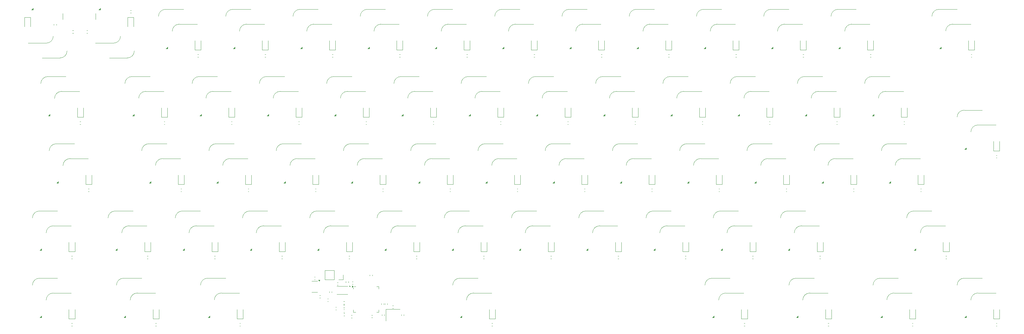
<source format=gbr>
%TF.GenerationSoftware,KiCad,Pcbnew,8.0.3*%
%TF.CreationDate,2024-11-28T23:23:20+08:00*%
%TF.ProjectId,PH60_Rev2,50483630-5f52-4657-9632-2e6b69636164,rev?*%
%TF.SameCoordinates,Original*%
%TF.FileFunction,Legend,Bot*%
%TF.FilePolarity,Positive*%
%FSLAX46Y46*%
G04 Gerber Fmt 4.6, Leading zero omitted, Abs format (unit mm)*
G04 Created by KiCad (PCBNEW 8.0.3) date 2024-11-28 23:23:20*
%MOMM*%
%LPD*%
G01*
G04 APERTURE LIST*
%ADD10C,0.120000*%
G04 APERTURE END LIST*
D10*
%TO.C,S30*%
X67337500Y-69300000D02*
X72437500Y-69300000D01*
X71237500Y-73500000D02*
X76337500Y-73500000D01*
X65337500Y-71300000D02*
G75*
G02*
X67337500Y-69300000I1999999J1D01*
G01*
X69237500Y-75500000D02*
G75*
G02*
X71237500Y-73500000I1999999J1D01*
G01*
%TO.C,S27*%
X272125000Y-50250000D02*
X277225000Y-50250000D01*
X276025000Y-54450000D02*
X281125000Y-54450000D01*
X270125000Y-52250000D02*
G75*
G02*
X272125000Y-50250000I1999999J1D01*
G01*
X274025000Y-56450000D02*
G75*
G02*
X276025000Y-54450000I1999999J1D01*
G01*
%TO.C,S42*%
X36381250Y-88350000D02*
X41481250Y-88350000D01*
X40281250Y-92550000D02*
X45381250Y-92550000D01*
X34381250Y-90350000D02*
G75*
G02*
X36381250Y-88350000I1999999J1D01*
G01*
X38281250Y-94550000D02*
G75*
G02*
X40281250Y-92550000I1999999J1D01*
G01*
%TO.C,S32*%
X105437500Y-69300000D02*
X110537500Y-69300000D01*
X109337500Y-73500000D02*
X114437500Y-73500000D01*
X103437500Y-71300000D02*
G75*
G02*
X105437500Y-69300000I1999999J1D01*
G01*
X107337500Y-75500000D02*
G75*
G02*
X109337500Y-73500000I1999999J1D01*
G01*
%TO.C,S38*%
X219737500Y-69300000D02*
X224837500Y-69300000D01*
X223637500Y-73500000D02*
X228737500Y-73500000D01*
X217737500Y-71300000D02*
G75*
G02*
X219737500Y-69300000I1999999J1D01*
G01*
X221637500Y-75500000D02*
G75*
G02*
X223637500Y-73500000I1999999J1D01*
G01*
%TO.C,S35*%
X162587500Y-69300000D02*
X167687500Y-69300000D01*
X166487500Y-73500000D02*
X171587500Y-73500000D01*
X160587500Y-71300000D02*
G75*
G02*
X162587500Y-69300000I1999999J1D01*
G01*
X164487500Y-75500000D02*
G75*
G02*
X166487500Y-73500000I1999999J1D01*
G01*
%TO.C,S4*%
X91150000Y-31200000D02*
X96250000Y-31200000D01*
X95050000Y-35400000D02*
X100150000Y-35400000D01*
X89150000Y-33200000D02*
G75*
G02*
X91150000Y-31200000I1999999J1D01*
G01*
X93050000Y-37400000D02*
G75*
G02*
X95050000Y-35400000I1999999J1D01*
G01*
%TO.C,S2*%
X57350000Y-40800000D02*
X52250000Y-40800000D01*
X61250000Y-45000000D02*
X56150000Y-45000000D01*
X59350000Y-38800000D02*
G75*
G02*
X57350000Y-40800000I-1999999J-1D01*
G01*
X63250000Y-43000000D02*
G75*
G02*
X61250000Y-45000000I-1999999J-1D01*
G01*
%TO.C,S22*%
X176875000Y-50250000D02*
X181975000Y-50250000D01*
X180775000Y-54450000D02*
X185875000Y-54450000D01*
X174875000Y-52250000D02*
G75*
G02*
X176875000Y-50250000I1999999J1D01*
G01*
X178775000Y-56450000D02*
G75*
G02*
X180775000Y-54450000I1999999J1D01*
G01*
%TO.C,S28*%
X298318750Y-59775000D02*
X303418750Y-59775000D01*
X302218750Y-63975000D02*
X307318750Y-63975000D01*
X296318750Y-61775000D02*
G75*
G02*
X298318750Y-59775000I1999999J1D01*
G01*
X300218750Y-65975000D02*
G75*
G02*
X302218750Y-63975000I1999999J1D01*
G01*
%TO.C,S46*%
X114962500Y-88350000D02*
X120062500Y-88350000D01*
X118862500Y-92550000D02*
X123962500Y-92550000D01*
X112962500Y-90350000D02*
G75*
G02*
X114962500Y-88350000I1999999J1D01*
G01*
X116862500Y-94550000D02*
G75*
G02*
X118862500Y-92550000I1999999J1D01*
G01*
%TO.C,S1*%
X38300000Y-40800000D02*
X33200000Y-40800000D01*
X42200000Y-45000000D02*
X37100000Y-45000000D01*
X40300000Y-38800000D02*
G75*
G02*
X38300000Y-40800000I-1999999J-1D01*
G01*
X44200000Y-43000000D02*
G75*
G02*
X42200000Y-45000000I-1999999J-1D01*
G01*
%TO.C,S54*%
X284031250Y-88350000D02*
X289131250Y-88350000D01*
X287931250Y-92550000D02*
X293031250Y-92550000D01*
X282031250Y-90350000D02*
G75*
G02*
X284031250Y-88350000I1999999J1D01*
G01*
X285931250Y-94550000D02*
G75*
G02*
X287931250Y-92550000I1999999J1D01*
G01*
%TO.C,S10*%
X205450000Y-31200000D02*
X210550000Y-31200000D01*
X209350000Y-35400000D02*
X214450000Y-35400000D01*
X203450000Y-33200000D02*
G75*
G02*
X205450000Y-31200000I1999999J1D01*
G01*
X207350000Y-37400000D02*
G75*
G02*
X209350000Y-35400000I1999999J1D01*
G01*
%TO.C,S34*%
X143537500Y-69300000D02*
X148637500Y-69300000D01*
X147437500Y-73500000D02*
X152537500Y-73500000D01*
X141537500Y-71300000D02*
G75*
G02*
X143537500Y-69300000I1999999J1D01*
G01*
X145437500Y-75500000D02*
G75*
G02*
X147437500Y-73500000I1999999J1D01*
G01*
%TO.C,S15*%
X38762500Y-50250000D02*
X43862500Y-50250000D01*
X42662500Y-54450000D02*
X47762500Y-54450000D01*
X36762500Y-52250000D02*
G75*
G02*
X38762500Y-50250000I1999999J1D01*
G01*
X40662500Y-56450000D02*
G75*
G02*
X42662500Y-54450000I1999999J1D01*
G01*
%TO.C,S56*%
X60193750Y-107400000D02*
X65293750Y-107400000D01*
X64093750Y-111600000D02*
X69193750Y-111600000D01*
X58193750Y-109400000D02*
G75*
G02*
X60193750Y-107400000I1999999J1D01*
G01*
X62093750Y-113600000D02*
G75*
G02*
X64093750Y-111600000I1999999J1D01*
G01*
%TO.C,S20*%
X138775000Y-50250000D02*
X143875000Y-50250000D01*
X142675000Y-54450000D02*
X147775000Y-54450000D01*
X136775000Y-52250000D02*
G75*
G02*
X138775000Y-50250000I1999999J1D01*
G01*
X140675000Y-56450000D02*
G75*
G02*
X142675000Y-54450000I1999999J1D01*
G01*
%TO.C,S17*%
X81625000Y-50250000D02*
X86725000Y-50250000D01*
X85525000Y-54450000D02*
X90625000Y-54450000D01*
X79625000Y-52250000D02*
G75*
G02*
X81625000Y-50250000I1999999J1D01*
G01*
X83525000Y-56450000D02*
G75*
G02*
X85525000Y-54450000I1999999J1D01*
G01*
%TO.C,S31*%
X86387500Y-69300000D02*
X91487500Y-69300000D01*
X90287500Y-73500000D02*
X95387500Y-73500000D01*
X84387500Y-71300000D02*
G75*
G02*
X86387500Y-69300000I1999999J1D01*
G01*
X88287500Y-75500000D02*
G75*
G02*
X90287500Y-73500000I1999999J1D01*
G01*
%TO.C,S48*%
X153062500Y-88350000D02*
X158162500Y-88350000D01*
X156962500Y-92550000D02*
X162062500Y-92550000D01*
X151062500Y-90350000D02*
G75*
G02*
X153062500Y-88350000I1999999J1D01*
G01*
X154962500Y-94550000D02*
G75*
G02*
X156962500Y-92550000I1999999J1D01*
G01*
%TO.C,S51*%
X210212500Y-88350000D02*
X215312500Y-88350000D01*
X214112500Y-92550000D02*
X219212500Y-92550000D01*
X208212500Y-90350000D02*
G75*
G02*
X210212500Y-88350000I1999999J1D01*
G01*
X212112500Y-94550000D02*
G75*
G02*
X214112500Y-92550000I1999999J1D01*
G01*
%TO.C,S23*%
X195925000Y-50250000D02*
X201025000Y-50250000D01*
X199825000Y-54450000D02*
X204925000Y-54450000D01*
X193925000Y-52250000D02*
G75*
G02*
X195925000Y-50250000I1999999J1D01*
G01*
X197825000Y-56450000D02*
G75*
G02*
X199825000Y-54450000I1999999J1D01*
G01*
%TO.C,S50*%
X191162500Y-88350000D02*
X196262500Y-88350000D01*
X195062500Y-92550000D02*
X200162500Y-92550000D01*
X189162500Y-90350000D02*
G75*
G02*
X191162500Y-88350000I1999999J1D01*
G01*
X193062500Y-94550000D02*
G75*
G02*
X195062500Y-92550000I1999999J1D01*
G01*
%TO.C,S18*%
X100675000Y-50250000D02*
X105775000Y-50250000D01*
X104575000Y-54450000D02*
X109675000Y-54450000D01*
X98675000Y-52250000D02*
G75*
G02*
X100675000Y-50250000I1999999J1D01*
G01*
X102575000Y-56450000D02*
G75*
G02*
X104575000Y-54450000I1999999J1D01*
G01*
%TO.C,S33*%
X124487500Y-69300000D02*
X129587500Y-69300000D01*
X128387500Y-73500000D02*
X133487500Y-73500000D01*
X122487500Y-71300000D02*
G75*
G02*
X124487500Y-69300000I1999999J1D01*
G01*
X126387500Y-75500000D02*
G75*
G02*
X128387500Y-73500000I1999999J1D01*
G01*
%TO.C,S61*%
X274506250Y-107400000D02*
X279606250Y-107400000D01*
X278406250Y-111600000D02*
X283506250Y-111600000D01*
X272506250Y-109400000D02*
G75*
G02*
X274506250Y-107400000I1999999J1D01*
G01*
X276406250Y-113600000D02*
G75*
G02*
X278406250Y-111600000I1999999J1D01*
G01*
%TO.C,S16*%
X62575000Y-50250000D02*
X67675000Y-50250000D01*
X66475000Y-54450000D02*
X71575000Y-54450000D01*
X60575000Y-52250000D02*
G75*
G02*
X62575000Y-50250000I1999999J1D01*
G01*
X64475000Y-56450000D02*
G75*
G02*
X66475000Y-54450000I1999999J1D01*
G01*
%TO.C,S60*%
X250693750Y-107400000D02*
X255793750Y-107400000D01*
X254593750Y-111600000D02*
X259693750Y-111600000D01*
X248693750Y-109400000D02*
G75*
G02*
X250693750Y-107400000I1999999J1D01*
G01*
X252593750Y-113600000D02*
G75*
G02*
X254593750Y-111600000I1999999J1D01*
G01*
%TO.C,S58*%
X155443750Y-107400000D02*
X160543750Y-107400000D01*
X159343750Y-111600000D02*
X164443750Y-111600000D01*
X153443750Y-109400000D02*
G75*
G02*
X155443750Y-107400000I1999999J1D01*
G01*
X157343750Y-113600000D02*
G75*
G02*
X159343750Y-111600000I1999999J1D01*
G01*
%TO.C,S24*%
X214975000Y-50250000D02*
X220075000Y-50250000D01*
X218875000Y-54450000D02*
X223975000Y-54450000D01*
X212975000Y-52250000D02*
G75*
G02*
X214975000Y-50250000I1999999J1D01*
G01*
X216875000Y-56450000D02*
G75*
G02*
X218875000Y-54450000I1999999J1D01*
G01*
%TO.C,S29*%
X41143750Y-69300000D02*
X46243750Y-69300000D01*
X45043750Y-73500000D02*
X50143750Y-73500000D01*
X39143750Y-71300000D02*
G75*
G02*
X41143750Y-69300000I1999999J1D01*
G01*
X43043750Y-75500000D02*
G75*
G02*
X45043750Y-73500000I1999999J1D01*
G01*
%TO.C,S37*%
X200687500Y-69300000D02*
X205787500Y-69300000D01*
X204587500Y-73500000D02*
X209687500Y-73500000D01*
X198687500Y-71300000D02*
G75*
G02*
X200687500Y-69300000I1999999J1D01*
G01*
X202587500Y-75500000D02*
G75*
G02*
X204587500Y-73500000I1999999J1D01*
G01*
%TO.C,S43*%
X57812500Y-88350000D02*
X62912500Y-88350000D01*
X61712500Y-92550000D02*
X66812500Y-92550000D01*
X55812500Y-90350000D02*
G75*
G02*
X57812500Y-88350000I1999999J1D01*
G01*
X59712500Y-94550000D02*
G75*
G02*
X61712500Y-92550000I1999999J1D01*
G01*
%TO.C,S3*%
X72100000Y-31200000D02*
X77200000Y-31200000D01*
X76000000Y-35400000D02*
X81100000Y-35400000D01*
X70100000Y-33200000D02*
G75*
G02*
X72100000Y-31200000I1999999J1D01*
G01*
X74000000Y-37400000D02*
G75*
G02*
X76000000Y-35400000I1999999J1D01*
G01*
%TO.C,S36*%
X181637500Y-69300000D02*
X186737500Y-69300000D01*
X185537500Y-73500000D02*
X190637500Y-73500000D01*
X179637500Y-71300000D02*
G75*
G02*
X181637500Y-69300000I1999999J1D01*
G01*
X183537500Y-75500000D02*
G75*
G02*
X185537500Y-73500000I1999999J1D01*
G01*
%TO.C,S6*%
X129250000Y-31200000D02*
X134350000Y-31200000D01*
X133150000Y-35400000D02*
X138250000Y-35400000D01*
X127250000Y-33200000D02*
G75*
G02*
X129250000Y-31200000I1999999J1D01*
G01*
X131150000Y-37400000D02*
G75*
G02*
X133150000Y-35400000I1999999J1D01*
G01*
%TO.C,S55*%
X36381250Y-107400000D02*
X41481250Y-107400000D01*
X40281250Y-111600000D02*
X45381250Y-111600000D01*
X34381250Y-109400000D02*
G75*
G02*
X36381250Y-107400000I1999999J1D01*
G01*
X38281250Y-113600000D02*
G75*
G02*
X40281250Y-111600000I1999999J1D01*
G01*
%TO.C,S25*%
X234025000Y-50250000D02*
X239125000Y-50250000D01*
X237925000Y-54450000D02*
X243025000Y-54450000D01*
X232025000Y-52250000D02*
G75*
G02*
X234025000Y-50250000I1999999J1D01*
G01*
X235925000Y-56450000D02*
G75*
G02*
X237925000Y-54450000I1999999J1D01*
G01*
%TO.C,S9*%
X186400000Y-31200000D02*
X191500000Y-31200000D01*
X190300000Y-35400000D02*
X195400000Y-35400000D01*
X184400000Y-33200000D02*
G75*
G02*
X186400000Y-31200000I1999999J1D01*
G01*
X188300000Y-37400000D02*
G75*
G02*
X190300000Y-35400000I1999999J1D01*
G01*
%TO.C,S26*%
X253075000Y-50250000D02*
X258175000Y-50250000D01*
X256975000Y-54450000D02*
X262075000Y-54450000D01*
X251075000Y-52250000D02*
G75*
G02*
X253075000Y-50250000I1999999J1D01*
G01*
X254975000Y-56450000D02*
G75*
G02*
X256975000Y-54450000I1999999J1D01*
G01*
%TO.C,S11*%
X224500000Y-31200000D02*
X229600000Y-31200000D01*
X228400000Y-35400000D02*
X233500000Y-35400000D01*
X222500000Y-33200000D02*
G75*
G02*
X224500000Y-31200000I1999999J1D01*
G01*
X226400000Y-37400000D02*
G75*
G02*
X228400000Y-35400000I1999999J1D01*
G01*
%TO.C,S59*%
X226881250Y-107400000D02*
X231981250Y-107400000D01*
X230781250Y-111600000D02*
X235881250Y-111600000D01*
X224881250Y-109400000D02*
G75*
G02*
X226881250Y-107400000I1999999J1D01*
G01*
X228781250Y-113600000D02*
G75*
G02*
X230781250Y-111600000I1999999J1D01*
G01*
%TO.C,S53*%
X248312500Y-88350000D02*
X253412500Y-88350000D01*
X252212500Y-92550000D02*
X257312500Y-92550000D01*
X246312500Y-90350000D02*
G75*
G02*
X248312500Y-88350000I1999999J1D01*
G01*
X250212500Y-94550000D02*
G75*
G02*
X252212500Y-92550000I1999999J1D01*
G01*
%TO.C,S12*%
X243550000Y-31200000D02*
X248650000Y-31200000D01*
X247450000Y-35400000D02*
X252550000Y-35400000D01*
X241550000Y-33200000D02*
G75*
G02*
X243550000Y-31200000I1999999J1D01*
G01*
X245450000Y-37400000D02*
G75*
G02*
X247450000Y-35400000I1999999J1D01*
G01*
%TO.C,S57*%
X84006250Y-107400000D02*
X89106250Y-107400000D01*
X87906250Y-111600000D02*
X93006250Y-111600000D01*
X82006250Y-109400000D02*
G75*
G02*
X84006250Y-107400000I1999999J1D01*
G01*
X85906250Y-113600000D02*
G75*
G02*
X87906250Y-111600000I1999999J1D01*
G01*
%TO.C,S8*%
X167350000Y-31200000D02*
X172450000Y-31200000D01*
X171250000Y-35400000D02*
X176350000Y-35400000D01*
X165350000Y-33200000D02*
G75*
G02*
X167350000Y-31200000I1999999J1D01*
G01*
X169250000Y-37400000D02*
G75*
G02*
X171250000Y-35400000I1999999J1D01*
G01*
%TO.C,S13*%
X262600000Y-31200000D02*
X267700000Y-31200000D01*
X266500000Y-35400000D02*
X271600000Y-35400000D01*
X260600000Y-33200000D02*
G75*
G02*
X262600000Y-31200000I1999999J1D01*
G01*
X264500000Y-37400000D02*
G75*
G02*
X266500000Y-35400000I1999999J1D01*
G01*
%TO.C,S14*%
X291175000Y-31200000D02*
X296275000Y-31200000D01*
X295075000Y-35400000D02*
X300175000Y-35400000D01*
X289175000Y-33200000D02*
G75*
G02*
X291175000Y-31200000I1999999J1D01*
G01*
X293075000Y-37400000D02*
G75*
G02*
X295075000Y-35400000I1999999J1D01*
G01*
%TO.C,S21*%
X157825000Y-50250000D02*
X162925000Y-50250000D01*
X161725000Y-54450000D02*
X166825000Y-54450000D01*
X155825000Y-52250000D02*
G75*
G02*
X157825000Y-50250000I1999999J1D01*
G01*
X159725000Y-56450000D02*
G75*
G02*
X161725000Y-54450000I1999999J1D01*
G01*
%TO.C,S19*%
X119725000Y-50250000D02*
X124825000Y-50250000D01*
X123625000Y-54450000D02*
X128725000Y-54450000D01*
X117725000Y-52250000D02*
G75*
G02*
X119725000Y-50250000I1999999J1D01*
G01*
X121625000Y-56450000D02*
G75*
G02*
X123625000Y-54450000I1999999J1D01*
G01*
%TO.C,S5*%
X110200000Y-31200000D02*
X115300000Y-31200000D01*
X114100000Y-35400000D02*
X119200000Y-35400000D01*
X108200000Y-33200000D02*
G75*
G02*
X110200000Y-31200000I1999999J1D01*
G01*
X112100000Y-37400000D02*
G75*
G02*
X114100000Y-35400000I1999999J1D01*
G01*
%TO.C,S45*%
X95912500Y-88350000D02*
X101012500Y-88350000D01*
X99812500Y-92550000D02*
X104912500Y-92550000D01*
X93912500Y-90350000D02*
G75*
G02*
X95912500Y-88350000I1999999J1D01*
G01*
X97812500Y-94550000D02*
G75*
G02*
X99812500Y-92550000I1999999J1D01*
G01*
%TO.C,S62*%
X298318750Y-107400000D02*
X303418750Y-107400000D01*
X302218750Y-111600000D02*
X307318750Y-111600000D01*
X296318750Y-109400000D02*
G75*
G02*
X298318750Y-107400000I1999999J1D01*
G01*
X300218750Y-113600000D02*
G75*
G02*
X302218750Y-111600000I1999999J1D01*
G01*
%TO.C,S52*%
X229262500Y-88350000D02*
X234362500Y-88350000D01*
X233162500Y-92550000D02*
X238262500Y-92550000D01*
X227262500Y-90350000D02*
G75*
G02*
X229262500Y-88350000I1999999J1D01*
G01*
X231162500Y-94550000D02*
G75*
G02*
X233162500Y-92550000I1999999J1D01*
G01*
%TO.C,S7*%
X148300000Y-31200000D02*
X153400000Y-31200000D01*
X152200000Y-35400000D02*
X157300000Y-35400000D01*
X146300000Y-33200000D02*
G75*
G02*
X148300000Y-31200000I1999999J1D01*
G01*
X150200000Y-37400000D02*
G75*
G02*
X152200000Y-35400000I1999999J1D01*
G01*
%TO.C,S41*%
X276887500Y-69300000D02*
X281987500Y-69300000D01*
X280787500Y-73500000D02*
X285887500Y-73500000D01*
X274887500Y-71300000D02*
G75*
G02*
X276887500Y-69300000I1999999J1D01*
G01*
X278787500Y-75500000D02*
G75*
G02*
X280787500Y-73500000I1999999J1D01*
G01*
%TO.C,S49*%
X172112500Y-88350000D02*
X177212500Y-88350000D01*
X176012500Y-92550000D02*
X181112500Y-92550000D01*
X170112500Y-90350000D02*
G75*
G02*
X172112500Y-88350000I1999999J1D01*
G01*
X174012500Y-94550000D02*
G75*
G02*
X176012500Y-92550000I1999999J1D01*
G01*
%TO.C,S44*%
X76862500Y-88350000D02*
X81962500Y-88350000D01*
X80762500Y-92550000D02*
X85862500Y-92550000D01*
X74862500Y-90350000D02*
G75*
G02*
X76862500Y-88350000I1999999J1D01*
G01*
X78762500Y-94550000D02*
G75*
G02*
X80762500Y-92550000I1999999J1D01*
G01*
%TO.C,S39*%
X238787500Y-69300000D02*
X243887500Y-69300000D01*
X242687500Y-73500000D02*
X247787500Y-73500000D01*
X236787500Y-71300000D02*
G75*
G02*
X238787500Y-69300000I1999999J1D01*
G01*
X240687500Y-75500000D02*
G75*
G02*
X242687500Y-73500000I1999999J1D01*
G01*
%TO.C,S40*%
X257837500Y-69300000D02*
X262937500Y-69300000D01*
X261737500Y-73500000D02*
X266837500Y-73500000D01*
X255837500Y-71300000D02*
G75*
G02*
X257837500Y-69300000I1999999J1D01*
G01*
X259737500Y-75500000D02*
G75*
G02*
X261737500Y-73500000I1999999J1D01*
G01*
%TO.C,S47*%
X134012500Y-88350000D02*
X139112500Y-88350000D01*
X137912500Y-92550000D02*
X143012500Y-92550000D01*
X132012500Y-90350000D02*
G75*
G02*
X134012500Y-88350000I1999999J1D01*
G01*
X135912500Y-94550000D02*
G75*
G02*
X137912500Y-92550000I1999999J1D01*
G01*
%TO.C,RGBC15*%
X48050336Y-63040000D02*
X47834664Y-63040000D01*
X48050336Y-63760000D02*
X47834664Y-63760000D01*
%TO.C,D21*%
X166155000Y-59130000D02*
X166155000Y-61790000D01*
X166155000Y-61790000D02*
X167855000Y-61790000D01*
X167855000Y-59130000D02*
X167855000Y-61790000D01*
%TO.C,RGBC49*%
X181400336Y-101140000D02*
X181184664Y-101140000D01*
X181400336Y-101860000D02*
X181184664Y-101860000D01*
%TO.C,RGBC28*%
X307606586Y-72565000D02*
X307390914Y-72565000D01*
X307606586Y-73285000D02*
X307390914Y-73285000D01*
%TO.C,RGB20*%
X139375000Y-61400000D02*
X138895000Y-61400000D01*
X139375000Y-60920000D01*
X139375000Y-61400000D01*
G36*
X139375000Y-61400000D02*
G01*
X138895000Y-61400000D01*
X139375000Y-60920000D01*
X139375000Y-61400000D01*
G37*
%TO.C,C13*%
X124717164Y-117915000D02*
X124932836Y-117915000D01*
X124717164Y-118635000D02*
X124932836Y-118635000D01*
%TO.C,C3*%
X133377500Y-117957836D02*
X133377500Y-117742164D01*
X134097500Y-117957836D02*
X134097500Y-117742164D01*
%TO.C,D46*%
X123292500Y-97230000D02*
X123292500Y-99890000D01*
X123292500Y-99890000D02*
X124992500Y-99890000D01*
X124992500Y-97230000D02*
X124992500Y-99890000D01*
%TO.C,RGBC58*%
X164731586Y-120190000D02*
X164515914Y-120190000D01*
X164731586Y-120910000D02*
X164515914Y-120910000D01*
%TO.C,RGBC14*%
X300462836Y-43990000D02*
X300247164Y-43990000D01*
X300462836Y-44710000D02*
X300247164Y-44710000D01*
%TO.C,D55*%
X44711250Y-116280000D02*
X44711250Y-118940000D01*
X44711250Y-118940000D02*
X46411250Y-118940000D01*
X46411250Y-116280000D02*
X46411250Y-118940000D01*
%TO.C,RGB58*%
X156043750Y-118550000D02*
X155563750Y-118550000D01*
X156043750Y-118070000D01*
X156043750Y-118550000D01*
G36*
X156043750Y-118550000D02*
G01*
X155563750Y-118550000D01*
X156043750Y-118070000D01*
X156043750Y-118550000D01*
G37*
%TO.C,RGB14*%
X291775000Y-42350000D02*
X291295000Y-42350000D01*
X291775000Y-41870000D01*
X291775000Y-42350000D01*
G36*
X291775000Y-42350000D02*
G01*
X291295000Y-42350000D01*
X291775000Y-41870000D01*
X291775000Y-42350000D01*
G37*
%TO.C,RGBC21*%
X167112836Y-63040000D02*
X166897164Y-63040000D01*
X167112836Y-63760000D02*
X166897164Y-63760000D01*
%TO.C,C8*%
X120267164Y-115640000D02*
X120482836Y-115640000D01*
X120267164Y-116360000D02*
X120482836Y-116360000D01*
%TO.C,C18*%
X115957836Y-112265000D02*
X115742164Y-112265000D01*
X115957836Y-112985000D02*
X115742164Y-112985000D01*
%TO.C,U1*%
X113487500Y-108215000D02*
X114287500Y-108215000D01*
X113487500Y-111335000D02*
X114287500Y-111335000D01*
X115087500Y-108215000D02*
X114287500Y-108215000D01*
X115087500Y-111335000D02*
X114287500Y-111335000D01*
X115587500Y-108265000D02*
X115347500Y-107935000D01*
X115827500Y-107935000D01*
X115587500Y-108265000D01*
G36*
X115587500Y-108265000D02*
G01*
X115347500Y-107935000D01*
X115827500Y-107935000D01*
X115587500Y-108265000D01*
G37*
%TO.C,RGB55*%
X36981250Y-118550000D02*
X36501250Y-118550000D01*
X36981250Y-118070000D01*
X36981250Y-118550000D01*
G36*
X36981250Y-118550000D02*
G01*
X36501250Y-118550000D01*
X36981250Y-118070000D01*
X36981250Y-118550000D01*
G37*
%TO.C,D7*%
X156630000Y-40080000D02*
X156630000Y-42740000D01*
X156630000Y-42740000D02*
X158330000Y-42740000D01*
X158330000Y-40080000D02*
X158330000Y-42740000D01*
%TO.C,U3*%
X125290000Y-110090000D02*
X125290000Y-110440000D01*
X125290000Y-117010000D02*
X125290000Y-116360000D01*
X125530000Y-109790000D02*
X125940000Y-109790000D01*
X125940000Y-117010000D02*
X125290000Y-117010000D01*
X131860000Y-109790000D02*
X132510000Y-109790000D01*
X131860000Y-117010000D02*
X132510000Y-117010000D01*
X132510000Y-109790000D02*
X132510000Y-110440000D01*
X132510000Y-117010000D02*
X132510000Y-116360000D01*
X125290000Y-109790000D02*
X124960000Y-110030000D01*
X124960000Y-109550000D01*
X125290000Y-109790000D01*
G36*
X125290000Y-109790000D02*
G01*
X124960000Y-110030000D01*
X124960000Y-109550000D01*
X125290000Y-109790000D01*
G37*
%TO.C,D15*%
X47092500Y-59130000D02*
X47092500Y-61790000D01*
X47092500Y-61790000D02*
X48792500Y-61790000D01*
X48792500Y-59130000D02*
X48792500Y-61790000D01*
%TO.C,RGB57*%
X84606250Y-118550000D02*
X84126250Y-118550000D01*
X84606250Y-118070000D01*
X84606250Y-118550000D01*
G36*
X84606250Y-118550000D02*
G01*
X84126250Y-118550000D01*
X84606250Y-118070000D01*
X84606250Y-118550000D01*
G37*
%TO.C,RGBC62*%
X307606586Y-120190000D02*
X307390914Y-120190000D01*
X307606586Y-120910000D02*
X307390914Y-120910000D01*
%TO.C,RGB38*%
X220337500Y-80450000D02*
X219857500Y-80450000D01*
X220337500Y-79970000D01*
X220337500Y-80450000D01*
G36*
X220337500Y-80450000D02*
G01*
X219857500Y-80450000D01*
X220337500Y-79970000D01*
X220337500Y-80450000D01*
G37*
%TO.C,RGB37*%
X201287500Y-80450000D02*
X200807500Y-80450000D01*
X201287500Y-79970000D01*
X201287500Y-80450000D01*
G36*
X201287500Y-80450000D02*
G01*
X200807500Y-80450000D01*
X201287500Y-79970000D01*
X201287500Y-80450000D01*
G37*
%TO.C,D43*%
X66142500Y-97230000D02*
X66142500Y-99890000D01*
X66142500Y-99890000D02*
X67842500Y-99890000D01*
X67842500Y-97230000D02*
X67842500Y-99890000D01*
%TO.C,RGBC34*%
X152825336Y-82090000D02*
X152609664Y-82090000D01*
X152825336Y-82810000D02*
X152609664Y-82810000D01*
%TO.C,D22*%
X185205000Y-59130000D02*
X185205000Y-61790000D01*
X185205000Y-61790000D02*
X186905000Y-61790000D01*
X186905000Y-59130000D02*
X186905000Y-61790000D01*
%TO.C,D44*%
X85192500Y-97230000D02*
X85192500Y-99890000D01*
X85192500Y-99890000D02*
X86892500Y-99890000D01*
X86892500Y-97230000D02*
X86892500Y-99890000D01*
%TO.C,R5*%
X136641141Y-115220000D02*
X136333859Y-115220000D01*
X136641141Y-115980000D02*
X136333859Y-115980000D01*
%TO.C,RGB52*%
X229862500Y-99500000D02*
X229382500Y-99500000D01*
X229862500Y-99020000D01*
X229862500Y-99500000D01*
G36*
X229862500Y-99500000D02*
G01*
X229382500Y-99500000D01*
X229862500Y-99020000D01*
X229862500Y-99500000D01*
G37*
%TO.C,RGBC51*%
X219500336Y-101140000D02*
X219284664Y-101140000D01*
X219500336Y-101860000D02*
X219284664Y-101860000D01*
%TO.C,R7*%
X50038641Y-37195000D02*
X49731359Y-37195000D01*
X50038641Y-37955000D02*
X49731359Y-37955000D01*
%TO.C,D58*%
X163773750Y-116280000D02*
X163773750Y-118940000D01*
X163773750Y-118940000D02*
X165473750Y-118940000D01*
X165473750Y-116280000D02*
X165473750Y-118940000D01*
%TO.C,D20*%
X147105000Y-59130000D02*
X147105000Y-61790000D01*
X147105000Y-61790000D02*
X148805000Y-61790000D01*
X148805000Y-59130000D02*
X148805000Y-61790000D01*
%TO.C,RGB3*%
X72700000Y-42350000D02*
X72220000Y-42350000D01*
X72700000Y-41870000D01*
X72700000Y-42350000D01*
G36*
X72700000Y-42350000D02*
G01*
X72220000Y-42350000D01*
X72700000Y-41870000D01*
X72700000Y-42350000D01*
G37*
%TO.C,RGBC32*%
X114725336Y-82090000D02*
X114509664Y-82090000D01*
X114725336Y-82810000D02*
X114509664Y-82810000D01*
%TO.C,RGB60*%
X251293750Y-118550000D02*
X250813750Y-118550000D01*
X251293750Y-118070000D01*
X251293750Y-118550000D01*
G36*
X251293750Y-118550000D02*
G01*
X250813750Y-118550000D01*
X251293750Y-118070000D01*
X251293750Y-118550000D01*
G37*
%TO.C,RGBC30*%
X76625336Y-82090000D02*
X76409664Y-82090000D01*
X76625336Y-82810000D02*
X76409664Y-82810000D01*
%TO.C,RGB5*%
X110800000Y-42350000D02*
X110320000Y-42350000D01*
X110800000Y-41870000D01*
X110800000Y-42350000D01*
G36*
X110800000Y-42350000D02*
G01*
X110320000Y-42350000D01*
X110800000Y-41870000D01*
X110800000Y-42350000D01*
G37*
%TO.C,RGB16*%
X63175000Y-61400000D02*
X62695000Y-61400000D01*
X63175000Y-60920000D01*
X63175000Y-61400000D01*
G36*
X63175000Y-61400000D02*
G01*
X62695000Y-61400000D01*
X63175000Y-60920000D01*
X63175000Y-61400000D01*
G37*
%TO.C,D19*%
X128055000Y-59130000D02*
X128055000Y-61790000D01*
X128055000Y-61790000D02*
X129755000Y-61790000D01*
X129755000Y-59130000D02*
X129755000Y-61790000D01*
%TO.C,C16*%
X117979664Y-113240000D02*
X118195336Y-113240000D01*
X117979664Y-113960000D02*
X118195336Y-113960000D01*
%TO.C,D4*%
X99480000Y-40080000D02*
X99480000Y-42740000D01*
X99480000Y-42740000D02*
X101180000Y-42740000D01*
X101180000Y-40080000D02*
X101180000Y-42740000D01*
%TO.C,D13*%
X270930000Y-40080000D02*
X270930000Y-42740000D01*
X270930000Y-42740000D02*
X272630000Y-42740000D01*
X272630000Y-40080000D02*
X272630000Y-42740000D01*
%TO.C,D29*%
X49473750Y-78180000D02*
X49473750Y-80840000D01*
X49473750Y-80840000D02*
X51173750Y-80840000D01*
X51173750Y-78180000D02*
X51173750Y-80840000D01*
%TO.C,RGB24*%
X215575000Y-61400000D02*
X215095000Y-61400000D01*
X215575000Y-60920000D01*
X215575000Y-61400000D01*
G36*
X215575000Y-61400000D02*
G01*
X215095000Y-61400000D01*
X215575000Y-60920000D01*
X215575000Y-61400000D01*
G37*
%TO.C,D11*%
X232830000Y-40080000D02*
X232830000Y-42740000D01*
X232830000Y-42740000D02*
X234530000Y-42740000D01*
X234530000Y-40080000D02*
X234530000Y-42740000D01*
%TO.C,C5*%
X120945336Y-108640000D02*
X120729664Y-108640000D01*
X120945336Y-109360000D02*
X120729664Y-109360000D01*
%TO.C,RGB18*%
X101275000Y-61400000D02*
X100795000Y-61400000D01*
X101275000Y-60920000D01*
X101275000Y-61400000D01*
G36*
X101275000Y-61400000D02*
G01*
X100795000Y-61400000D01*
X101275000Y-60920000D01*
X101275000Y-61400000D01*
G37*
%TO.C,RGB27*%
X272725000Y-61400000D02*
X272245000Y-61400000D01*
X272725000Y-60920000D01*
X272725000Y-61400000D01*
G36*
X272725000Y-61400000D02*
G01*
X272245000Y-61400000D01*
X272725000Y-60920000D01*
X272725000Y-61400000D01*
G37*
%TO.C,RGB34*%
X144137500Y-80450000D02*
X143657500Y-80450000D01*
X144137500Y-79970000D01*
X144137500Y-80450000D01*
G36*
X144137500Y-80450000D02*
G01*
X143657500Y-80450000D01*
X144137500Y-79970000D01*
X144137500Y-80450000D01*
G37*
%TO.C,RGBC43*%
X67100336Y-101140000D02*
X66884664Y-101140000D01*
X67100336Y-101860000D02*
X66884664Y-101860000D01*
%TO.C,RGB47*%
X134612500Y-99500000D02*
X134132500Y-99500000D01*
X134612500Y-99020000D01*
X134612500Y-99500000D01*
G36*
X134612500Y-99500000D02*
G01*
X134132500Y-99500000D01*
X134612500Y-99020000D01*
X134612500Y-99500000D01*
G37*
%TO.C,C9*%
X130695336Y-117890000D02*
X130479664Y-117890000D01*
X130695336Y-118610000D02*
X130479664Y-118610000D01*
%TO.C,D2*%
X61380000Y-36120000D02*
X61380000Y-33460000D01*
X63080000Y-33460000D02*
X61380000Y-33460000D01*
X63080000Y-36120000D02*
X63080000Y-33460000D01*
%TO.C,RGB29*%
X41743750Y-80450000D02*
X41263750Y-80450000D01*
X41743750Y-79970000D01*
X41743750Y-80450000D01*
G36*
X41743750Y-80450000D02*
G01*
X41263750Y-80450000D01*
X41743750Y-79970000D01*
X41743750Y-80450000D01*
G37*
%TO.C,RGB7*%
X148900000Y-42350000D02*
X148420000Y-42350000D01*
X148900000Y-41870000D01*
X148900000Y-42350000D01*
G36*
X148900000Y-42350000D02*
G01*
X148420000Y-42350000D01*
X148900000Y-41870000D01*
X148900000Y-42350000D01*
G37*
%TO.C,D34*%
X151867500Y-78180000D02*
X151867500Y-80840000D01*
X151867500Y-80840000D02*
X153567500Y-80840000D01*
X153567500Y-78180000D02*
X153567500Y-80840000D01*
%TO.C,RGBC35*%
X171875336Y-82090000D02*
X171659664Y-82090000D01*
X171875336Y-82810000D02*
X171659664Y-82810000D01*
%TO.C,RGB48*%
X153662500Y-99500000D02*
X153182500Y-99500000D01*
X153662500Y-99020000D01*
X153662500Y-99500000D01*
G36*
X153662500Y-99500000D02*
G01*
X153182500Y-99500000D01*
X153662500Y-99020000D01*
X153662500Y-99500000D01*
G37*
%TO.C,RGBC42*%
X45669086Y-101140000D02*
X45453414Y-101140000D01*
X45669086Y-101860000D02*
X45453414Y-101860000D01*
%TO.C,D27*%
X280455000Y-59130000D02*
X280455000Y-61790000D01*
X280455000Y-61790000D02*
X282155000Y-61790000D01*
X282155000Y-59130000D02*
X282155000Y-61790000D01*
%TO.C,RGBC41*%
X286175336Y-82090000D02*
X285959664Y-82090000D01*
X286175336Y-82810000D02*
X285959664Y-82810000D01*
%TO.C,RGBC52*%
X238550336Y-101140000D02*
X238334664Y-101140000D01*
X238550336Y-101860000D02*
X238334664Y-101860000D01*
%TO.C,RGB4*%
X91750000Y-42350000D02*
X91270000Y-42350000D01*
X91750000Y-41870000D01*
X91750000Y-42350000D01*
G36*
X91750000Y-42350000D02*
G01*
X91270000Y-42350000D01*
X91750000Y-41870000D01*
X91750000Y-42350000D01*
G37*
%TO.C,RGB17*%
X82225000Y-61400000D02*
X81745000Y-61400000D01*
X82225000Y-60920000D01*
X82225000Y-61400000D01*
G36*
X82225000Y-61400000D02*
G01*
X81745000Y-61400000D01*
X82225000Y-60920000D01*
X82225000Y-61400000D01*
G37*
%TO.C,RGB9*%
X187000000Y-42350000D02*
X186520000Y-42350000D01*
X187000000Y-41870000D01*
X187000000Y-42350000D01*
G36*
X187000000Y-42350000D02*
G01*
X186520000Y-42350000D01*
X187000000Y-41870000D01*
X187000000Y-42350000D01*
G37*
%TO.C,RGB59*%
X227481250Y-118550000D02*
X227001250Y-118550000D01*
X227481250Y-118070000D01*
X227481250Y-118550000D01*
G36*
X227481250Y-118550000D02*
G01*
X227001250Y-118550000D01*
X227481250Y-118070000D01*
X227481250Y-118550000D01*
G37*
%TO.C,R3*%
X122795455Y-114020000D02*
X122488173Y-114020000D01*
X122795455Y-114780000D02*
X122488173Y-114780000D01*
%TO.C,D18*%
X109005000Y-59130000D02*
X109005000Y-61790000D01*
X109005000Y-61790000D02*
X110705000Y-61790000D01*
X110705000Y-59130000D02*
X110705000Y-61790000D01*
%TO.C,D30*%
X75667500Y-78180000D02*
X75667500Y-80840000D01*
X75667500Y-80840000D02*
X77367500Y-80840000D01*
X77367500Y-78180000D02*
X77367500Y-80840000D01*
%TO.C,RGBC37*%
X209975336Y-82090000D02*
X209759664Y-82090000D01*
X209975336Y-82810000D02*
X209759664Y-82810000D01*
%TO.C,D57*%
X92336250Y-116280000D02*
X92336250Y-118940000D01*
X92336250Y-118940000D02*
X94036250Y-118940000D01*
X94036250Y-116280000D02*
X94036250Y-118940000D01*
%TO.C,D45*%
X104242500Y-97230000D02*
X104242500Y-99890000D01*
X104242500Y-99890000D02*
X105942500Y-99890000D01*
X105942500Y-97230000D02*
X105942500Y-99890000D01*
%TO.C,RGB35*%
X163187500Y-80450000D02*
X162707500Y-80450000D01*
X163187500Y-79970000D01*
X163187500Y-80450000D01*
G36*
X163187500Y-80450000D02*
G01*
X162707500Y-80450000D01*
X163187500Y-79970000D01*
X163187500Y-80450000D01*
G37*
%TO.C,RGBC44*%
X86150336Y-101140000D02*
X85934664Y-101140000D01*
X86150336Y-101860000D02*
X85934664Y-101860000D01*
%TO.C,C14*%
X124979664Y-108390000D02*
X125195336Y-108390000D01*
X124979664Y-109110000D02*
X125195336Y-109110000D01*
%TO.C,RGBC27*%
X281412836Y-63040000D02*
X281197164Y-63040000D01*
X281412836Y-63760000D02*
X281197164Y-63760000D01*
%TO.C,C10*%
X122542164Y-116315000D02*
X122757836Y-116315000D01*
X122542164Y-117035000D02*
X122757836Y-117035000D01*
%TO.C,D31*%
X94717500Y-78180000D02*
X94717500Y-80840000D01*
X94717500Y-80840000D02*
X96417500Y-80840000D01*
X96417500Y-78180000D02*
X96417500Y-80840000D01*
%TO.C,RGBC3*%
X81387836Y-43990000D02*
X81172164Y-43990000D01*
X81387836Y-44710000D02*
X81172164Y-44710000D01*
%TO.C,D61*%
X282836250Y-116280000D02*
X282836250Y-118940000D01*
X282836250Y-118940000D02*
X284536250Y-118940000D01*
X284536250Y-116280000D02*
X284536250Y-118940000D01*
%TO.C,R6*%
X45711359Y-37195000D02*
X46018641Y-37195000D01*
X45711359Y-37955000D02*
X46018641Y-37955000D01*
%TO.C,D16*%
X70905000Y-59130000D02*
X70905000Y-61790000D01*
X70905000Y-61790000D02*
X72605000Y-61790000D01*
X72605000Y-59130000D02*
X72605000Y-61790000D01*
%TO.C,RGBC10*%
X214737836Y-43990000D02*
X214522164Y-43990000D01*
X214737836Y-44710000D02*
X214522164Y-44710000D01*
%TO.C,RGB46*%
X115562500Y-99500000D02*
X115082500Y-99500000D01*
X115562500Y-99020000D01*
X115562500Y-99500000D01*
G36*
X115562500Y-99500000D02*
G01*
X115082500Y-99500000D01*
X115562500Y-99020000D01*
X115562500Y-99500000D01*
G37*
%TO.C,RGBC4*%
X100437836Y-43990000D02*
X100222164Y-43990000D01*
X100437836Y-44710000D02*
X100222164Y-44710000D01*
%TO.C,D6*%
X137580000Y-40080000D02*
X137580000Y-42740000D01*
X137580000Y-42740000D02*
X139280000Y-42740000D01*
X139280000Y-40080000D02*
X139280000Y-42740000D01*
%TO.C,RGBC26*%
X262362836Y-63040000D02*
X262147164Y-63040000D01*
X262362836Y-63760000D02*
X262147164Y-63760000D01*
%TO.C,D48*%
X161392500Y-97230000D02*
X161392500Y-99890000D01*
X161392500Y-99890000D02*
X163092500Y-99890000D01*
X163092500Y-97230000D02*
X163092500Y-99890000D01*
%TO.C,RGB44*%
X77462500Y-99500000D02*
X76982500Y-99500000D01*
X77462500Y-99020000D01*
X77462500Y-99500000D01*
G36*
X77462500Y-99500000D02*
G01*
X76982500Y-99500000D01*
X77462500Y-99020000D01*
X77462500Y-99500000D01*
G37*
%TO.C,RGB23*%
X196525000Y-61400000D02*
X196045000Y-61400000D01*
X196525000Y-60920000D01*
X196525000Y-61400000D01*
G36*
X196525000Y-61400000D02*
G01*
X196045000Y-61400000D01*
X196525000Y-60920000D01*
X196525000Y-61400000D01*
G37*
%TO.C,RGB50*%
X191762500Y-99500000D02*
X191282500Y-99500000D01*
X191762500Y-99020000D01*
X191762500Y-99500000D01*
G36*
X191762500Y-99500000D02*
G01*
X191282500Y-99500000D01*
X191762500Y-99020000D01*
X191762500Y-99500000D01*
G37*
%TO.C,RGB33*%
X125087500Y-80450000D02*
X124607500Y-80450000D01*
X125087500Y-79970000D01*
X125087500Y-80450000D01*
G36*
X125087500Y-80450000D02*
G01*
X124607500Y-80450000D01*
X125087500Y-79970000D01*
X125087500Y-80450000D01*
G37*
%TO.C,J2*%
X117217500Y-105170000D02*
X117217500Y-107830000D01*
X117217500Y-105170000D02*
X119817500Y-105170000D01*
X117217500Y-107830000D02*
X119817500Y-107830000D01*
X119817500Y-105170000D02*
X119817500Y-107830000D01*
X122417500Y-106500000D02*
X122417500Y-107830000D01*
X122417500Y-107830000D02*
X121087500Y-107830000D01*
%TO.C,RGB26*%
X253675000Y-61400000D02*
X253195000Y-61400000D01*
X253675000Y-60920000D01*
X253675000Y-61400000D01*
G36*
X253675000Y-61400000D02*
G01*
X253195000Y-61400000D01*
X253675000Y-60920000D01*
X253675000Y-61400000D01*
G37*
%TO.C,RGBC13*%
X271887836Y-43990000D02*
X271672164Y-43990000D01*
X271887836Y-44710000D02*
X271672164Y-44710000D01*
%TO.C,RGBC16*%
X71862836Y-63040000D02*
X71647164Y-63040000D01*
X71862836Y-63760000D02*
X71647164Y-63760000D01*
%TO.C,D24*%
X223305000Y-59130000D02*
X223305000Y-61790000D01*
X223305000Y-61790000D02*
X225005000Y-61790000D01*
X225005000Y-59130000D02*
X225005000Y-61790000D01*
%TO.C,C2*%
X138877500Y-117742164D02*
X138877500Y-117957836D01*
X139597500Y-117742164D02*
X139597500Y-117957836D01*
%TO.C,RGBC17*%
X90912836Y-63040000D02*
X90697164Y-63040000D01*
X90912836Y-63760000D02*
X90697164Y-63760000D01*
%TO.C,RGBC8*%
X176637836Y-43990000D02*
X176422164Y-43990000D01*
X176637836Y-44710000D02*
X176422164Y-44710000D01*
%TO.C,RGBC53*%
X257600336Y-101140000D02*
X257384664Y-101140000D01*
X257600336Y-101860000D02*
X257384664Y-101860000D01*
%TO.C,D35*%
X170917500Y-78180000D02*
X170917500Y-80840000D01*
X170917500Y-80840000D02*
X172617500Y-80840000D01*
X172617500Y-78180000D02*
X172617500Y-80840000D01*
%TO.C,RGB61*%
X275106250Y-118550000D02*
X274626250Y-118550000D01*
X275106250Y-118070000D01*
X275106250Y-118550000D01*
G36*
X275106250Y-118550000D02*
G01*
X274626250Y-118550000D01*
X275106250Y-118070000D01*
X275106250Y-118550000D01*
G37*
%TO.C,RGBC59*%
X236169086Y-120190000D02*
X235953414Y-120190000D01*
X236169086Y-120910000D02*
X235953414Y-120910000D01*
%TO.C,D38*%
X228067500Y-78180000D02*
X228067500Y-80840000D01*
X228067500Y-80840000D02*
X229767500Y-80840000D01*
X229767500Y-78180000D02*
X229767500Y-80840000D01*
%TO.C,RGBC5*%
X119487836Y-43990000D02*
X119272164Y-43990000D01*
X119487836Y-44710000D02*
X119272164Y-44710000D01*
%TO.C,RGB62*%
X298918750Y-118550000D02*
X298438750Y-118550000D01*
X298918750Y-118070000D01*
X298918750Y-118550000D01*
G36*
X298918750Y-118550000D02*
G01*
X298438750Y-118550000D01*
X298918750Y-118070000D01*
X298918750Y-118550000D01*
G37*
%TO.C,RGB49*%
X172712500Y-99500000D02*
X172232500Y-99500000D01*
X172712500Y-99020000D01*
X172712500Y-99500000D01*
G36*
X172712500Y-99500000D02*
G01*
X172232500Y-99500000D01*
X172712500Y-99020000D01*
X172712500Y-99500000D01*
G37*
%TO.C,RGBC60*%
X259981586Y-120190000D02*
X259765914Y-120190000D01*
X259981586Y-120910000D02*
X259765914Y-120910000D01*
%TO.C,C12*%
X134227500Y-114837836D02*
X134227500Y-114622164D01*
X134947500Y-114837836D02*
X134947500Y-114622164D01*
%TO.C,RGB28*%
X298918750Y-70925000D02*
X298438750Y-70925000D01*
X298918750Y-70445000D01*
X298918750Y-70925000D01*
G36*
X298918750Y-70925000D02*
G01*
X298438750Y-70925000D01*
X298918750Y-70445000D01*
X298918750Y-70925000D01*
G37*
%TO.C,RGBC22*%
X186162836Y-63040000D02*
X185947164Y-63040000D01*
X186162836Y-63760000D02*
X185947164Y-63760000D01*
%TO.C,D62*%
X306648750Y-116280000D02*
X306648750Y-118940000D01*
X306648750Y-118940000D02*
X308348750Y-118940000D01*
X308348750Y-116280000D02*
X308348750Y-118940000D01*
%TO.C,RGB13*%
X263200000Y-42350000D02*
X262720000Y-42350000D01*
X263200000Y-41870000D01*
X263200000Y-42350000D01*
G36*
X263200000Y-42350000D02*
G01*
X262720000Y-42350000D01*
X263200000Y-41870000D01*
X263200000Y-42350000D01*
G37*
%TO.C,RGB12*%
X244150000Y-42350000D02*
X243670000Y-42350000D01*
X244150000Y-41870000D01*
X244150000Y-42350000D01*
G36*
X244150000Y-42350000D02*
G01*
X243670000Y-42350000D01*
X244150000Y-41870000D01*
X244150000Y-42350000D01*
G37*
%TO.C,C11*%
X122567164Y-117365000D02*
X122782836Y-117365000D01*
X122567164Y-118085000D02*
X122782836Y-118085000D01*
%TO.C,RGBC18*%
X109962836Y-63040000D02*
X109747164Y-63040000D01*
X109962836Y-63760000D02*
X109747164Y-63760000D01*
%TO.C,RGBC7*%
X157587836Y-43990000D02*
X157372164Y-43990000D01*
X157587836Y-44710000D02*
X157372164Y-44710000D01*
%TO.C,RGB54*%
X284631250Y-99500000D02*
X284151250Y-99500000D01*
X284631250Y-99020000D01*
X284631250Y-99500000D01*
G36*
X284631250Y-99500000D02*
G01*
X284151250Y-99500000D01*
X284631250Y-99020000D01*
X284631250Y-99500000D01*
G37*
%TO.C,RGB41*%
X277487500Y-80450000D02*
X277007500Y-80450000D01*
X277487500Y-79970000D01*
X277487500Y-80450000D01*
G36*
X277487500Y-80450000D02*
G01*
X277007500Y-80450000D01*
X277487500Y-79970000D01*
X277487500Y-80450000D01*
G37*
%TO.C,RGB2*%
X53650000Y-31350000D02*
X53170000Y-31350000D01*
X53650000Y-30870000D01*
X53650000Y-31350000D01*
G36*
X53650000Y-31350000D02*
G01*
X53170000Y-31350000D01*
X53650000Y-30870000D01*
X53650000Y-31350000D01*
G37*
%TO.C,RGBC50*%
X200450336Y-101140000D02*
X200234664Y-101140000D01*
X200450336Y-101860000D02*
X200234664Y-101860000D01*
%TO.C,RGB43*%
X58412500Y-99500000D02*
X57932500Y-99500000D01*
X58412500Y-99020000D01*
X58412500Y-99500000D01*
G36*
X58412500Y-99500000D02*
G01*
X57932500Y-99500000D01*
X58412500Y-99020000D01*
X58412500Y-99500000D01*
G37*
%TO.C,RGBC25*%
X243312836Y-63040000D02*
X243097164Y-63040000D01*
X243312836Y-63760000D02*
X243097164Y-63760000D01*
%TO.C,RGB1*%
X34600000Y-31350000D02*
X34120000Y-31350000D01*
X34600000Y-30870000D01*
X34600000Y-31350000D01*
G36*
X34600000Y-31350000D02*
G01*
X34120000Y-31350000D01*
X34600000Y-30870000D01*
X34600000Y-31350000D01*
G37*
%TO.C,D56*%
X68523750Y-116280000D02*
X68523750Y-118940000D01*
X68523750Y-118940000D02*
X70223750Y-118940000D01*
X70223750Y-116280000D02*
X70223750Y-118940000D01*
%TO.C,C15*%
X129965000Y-106487164D02*
X129965000Y-106702836D01*
X130685000Y-106487164D02*
X130685000Y-106702836D01*
%TO.C,RGBC29*%
X50431586Y-82090000D02*
X50215914Y-82090000D01*
X50431586Y-82810000D02*
X50215914Y-82810000D01*
%TO.C,D49*%
X180442500Y-97230000D02*
X180442500Y-99890000D01*
X180442500Y-99890000D02*
X182142500Y-99890000D01*
X182142500Y-97230000D02*
X182142500Y-99890000D01*
%TO.C,RGB40*%
X258437500Y-80450000D02*
X257957500Y-80450000D01*
X258437500Y-79970000D01*
X258437500Y-80450000D01*
G36*
X258437500Y-80450000D02*
G01*
X257957500Y-80450000D01*
X258437500Y-79970000D01*
X258437500Y-80450000D01*
G37*
%TO.C,RGB22*%
X177475000Y-61400000D02*
X176995000Y-61400000D01*
X177475000Y-60920000D01*
X177475000Y-61400000D01*
G36*
X177475000Y-61400000D02*
G01*
X176995000Y-61400000D01*
X177475000Y-60920000D01*
X177475000Y-61400000D01*
G37*
%TO.C,D59*%
X235211250Y-116280000D02*
X235211250Y-118940000D01*
X235211250Y-118940000D02*
X236911250Y-118940000D01*
X236911250Y-116280000D02*
X236911250Y-118940000D01*
%TO.C,RGBC2*%
X62337836Y-31490000D02*
X62122164Y-31490000D01*
X62337836Y-32210000D02*
X62122164Y-32210000D01*
%TO.C,RGBC57*%
X93294086Y-120190000D02*
X93078414Y-120190000D01*
X93294086Y-120910000D02*
X93078414Y-120910000D01*
%TO.C,R4*%
X122795455Y-115020000D02*
X122488173Y-115020000D01*
X122795455Y-115780000D02*
X122488173Y-115780000D01*
%TO.C,RGB6*%
X129850000Y-42350000D02*
X129370000Y-42350000D01*
X129850000Y-41870000D01*
X129850000Y-42350000D01*
G36*
X129850000Y-42350000D02*
G01*
X129370000Y-42350000D01*
X129850000Y-41870000D01*
X129850000Y-42350000D01*
G37*
%TO.C,D54*%
X292361250Y-97230000D02*
X292361250Y-99890000D01*
X292361250Y-99890000D02*
X294061250Y-99890000D01*
X294061250Y-97230000D02*
X294061250Y-99890000D01*
%TO.C,D17*%
X89955000Y-59130000D02*
X89955000Y-61790000D01*
X89955000Y-61790000D02*
X91655000Y-61790000D01*
X91655000Y-59130000D02*
X91655000Y-61790000D01*
%TO.C,RGB53*%
X248912500Y-99500000D02*
X248432500Y-99500000D01*
X248912500Y-99020000D01*
X248912500Y-99500000D01*
G36*
X248912500Y-99500000D02*
G01*
X248432500Y-99500000D01*
X248912500Y-99020000D01*
X248912500Y-99500000D01*
G37*
%TO.C,RGBC54*%
X293319086Y-101140000D02*
X293103414Y-101140000D01*
X293319086Y-101860000D02*
X293103414Y-101860000D01*
%TO.C,D60*%
X259023750Y-116280000D02*
X259023750Y-118940000D01*
X259023750Y-118940000D02*
X260723750Y-118940000D01*
X260723750Y-116280000D02*
X260723750Y-118940000D01*
%TO.C,U2*%
X120637500Y-109690000D02*
X123637500Y-109690000D01*
X120637500Y-111960000D02*
X123637500Y-111960000D01*
X124467500Y-109775000D02*
X124187500Y-109775000D01*
X124187500Y-109495000D01*
X124467500Y-109775000D01*
G36*
X124467500Y-109775000D02*
G01*
X124187500Y-109775000D01*
X124187500Y-109495000D01*
X124467500Y-109775000D01*
G37*
%TO.C,RGB45*%
X96512500Y-99500000D02*
X96032500Y-99500000D01*
X96512500Y-99020000D01*
X96512500Y-99500000D01*
G36*
X96512500Y-99500000D02*
G01*
X96032500Y-99500000D01*
X96512500Y-99020000D01*
X96512500Y-99500000D01*
G37*
%TO.C,RGBC33*%
X133775336Y-82090000D02*
X133559664Y-82090000D01*
X133775336Y-82810000D02*
X133559664Y-82810000D01*
%TO.C,R1*%
X123182500Y-108663641D02*
X123182500Y-108356359D01*
X123942500Y-108663641D02*
X123942500Y-108356359D01*
%TO.C,J1*%
X42955000Y-34050000D02*
X42955000Y-32350000D01*
X52295000Y-34050000D02*
X52295000Y-32350000D01*
%TO.C,RGBC6*%
X138537836Y-43990000D02*
X138322164Y-43990000D01*
X138537836Y-44710000D02*
X138322164Y-44710000D01*
%TO.C,RGB56*%
X60793750Y-118550000D02*
X60313750Y-118550000D01*
X60793750Y-118070000D01*
X60793750Y-118550000D01*
G36*
X60793750Y-118550000D02*
G01*
X60313750Y-118550000D01*
X60793750Y-118070000D01*
X60793750Y-118550000D01*
G37*
%TO.C,RGBC46*%
X124250336Y-101140000D02*
X124034664Y-101140000D01*
X124250336Y-101860000D02*
X124034664Y-101860000D01*
%TO.C,RGB31*%
X86987500Y-80450000D02*
X86507500Y-80450000D01*
X86987500Y-79970000D01*
X86987500Y-80450000D01*
G36*
X86987500Y-80450000D02*
G01*
X86507500Y-80450000D01*
X86987500Y-79970000D01*
X86987500Y-80450000D01*
G37*
%TO.C,C7*%
X118477500Y-111207922D02*
X118477500Y-111423594D01*
X119197500Y-111207922D02*
X119197500Y-111423594D01*
%TO.C,RGBC45*%
X105200336Y-101140000D02*
X104984664Y-101140000D01*
X105200336Y-101860000D02*
X104984664Y-101860000D01*
%TO.C,D26*%
X261405000Y-59130000D02*
X261405000Y-61790000D01*
X261405000Y-61790000D02*
X263105000Y-61790000D01*
X263105000Y-59130000D02*
X263105000Y-61790000D01*
%TO.C,RGBC11*%
X233787836Y-43990000D02*
X233572164Y-43990000D01*
X233787836Y-44710000D02*
X233572164Y-44710000D01*
%TO.C,RGB25*%
X234625000Y-61400000D02*
X234145000Y-61400000D01*
X234625000Y-60920000D01*
X234625000Y-61400000D01*
G36*
X234625000Y-61400000D02*
G01*
X234145000Y-61400000D01*
X234625000Y-60920000D01*
X234625000Y-61400000D01*
G37*
%TO.C,RGBC38*%
X229025336Y-82090000D02*
X228809664Y-82090000D01*
X229025336Y-82810000D02*
X228809664Y-82810000D01*
%TO.C,RGBC20*%
X148062836Y-63040000D02*
X147847164Y-63040000D01*
X148062836Y-63760000D02*
X147847164Y-63760000D01*
%TO.C,D5*%
X118530000Y-40080000D02*
X118530000Y-42740000D01*
X118530000Y-42740000D02*
X120230000Y-42740000D01*
X120230000Y-40080000D02*
X120230000Y-42740000D01*
%TO.C,RGB10*%
X206050000Y-42350000D02*
X205570000Y-42350000D01*
X206050000Y-41870000D01*
X206050000Y-42350000D01*
G36*
X206050000Y-42350000D02*
G01*
X205570000Y-42350000D01*
X206050000Y-41870000D01*
X206050000Y-42350000D01*
G37*
%TO.C,D12*%
X251880000Y-40080000D02*
X251880000Y-42740000D01*
X251880000Y-42740000D02*
X253580000Y-42740000D01*
X253580000Y-40080000D02*
X253580000Y-42740000D01*
%TO.C,RGBC1*%
X40465000Y-35682836D02*
X40465000Y-35467164D01*
X41185000Y-35682836D02*
X41185000Y-35467164D01*
%TO.C,RGB51*%
X210812500Y-99500000D02*
X210332500Y-99500000D01*
X210812500Y-99020000D01*
X210812500Y-99500000D01*
G36*
X210812500Y-99500000D02*
G01*
X210332500Y-99500000D01*
X210812500Y-99020000D01*
X210812500Y-99500000D01*
G37*
%TO.C,D9*%
X194730000Y-40080000D02*
X194730000Y-42740000D01*
X194730000Y-42740000D02*
X196430000Y-42740000D01*
X196430000Y-40080000D02*
X196430000Y-42740000D01*
%TO.C,RGBC39*%
X248075336Y-82090000D02*
X247859664Y-82090000D01*
X248075336Y-82810000D02*
X247859664Y-82810000D01*
%TO.C,RGB8*%
X167950000Y-42350000D02*
X167470000Y-42350000D01*
X167950000Y-41870000D01*
X167950000Y-42350000D01*
G36*
X167950000Y-42350000D02*
G01*
X167470000Y-42350000D01*
X167950000Y-41870000D01*
X167950000Y-42350000D01*
G37*
%TO.C,D25*%
X242355000Y-59130000D02*
X242355000Y-61790000D01*
X242355000Y-61790000D02*
X244055000Y-61790000D01*
X244055000Y-59130000D02*
X244055000Y-61790000D01*
%TO.C,RGBC31*%
X95675336Y-82090000D02*
X95459664Y-82090000D01*
X95675336Y-82810000D02*
X95459664Y-82810000D01*
%TO.C,RGBC19*%
X129012836Y-63040000D02*
X128797164Y-63040000D01*
X129012836Y-63760000D02*
X128797164Y-63760000D01*
%TO.C,C6*%
X133227500Y-114837836D02*
X133227500Y-114622164D01*
X133947500Y-114837836D02*
X133947500Y-114622164D01*
%TO.C,RGBC9*%
X195687836Y-43990000D02*
X195472164Y-43990000D01*
X195687836Y-44710000D02*
X195472164Y-44710000D01*
%TO.C,RGBC47*%
X143300336Y-101140000D02*
X143084664Y-101140000D01*
X143300336Y-101860000D02*
X143084664Y-101860000D01*
%TO.C,D53*%
X256642500Y-97230000D02*
X256642500Y-99890000D01*
X256642500Y-99890000D02*
X258342500Y-99890000D01*
X258342500Y-97230000D02*
X258342500Y-99890000D01*
%TO.C,D23*%
X204255000Y-59130000D02*
X204255000Y-61790000D01*
X204255000Y-61790000D02*
X205955000Y-61790000D01*
X205955000Y-59130000D02*
X205955000Y-61790000D01*
%TO.C,D28*%
X306648750Y-68655000D02*
X306648750Y-71315000D01*
X306648750Y-71315000D02*
X308348750Y-71315000D01*
X308348750Y-68655000D02*
X308348750Y-71315000D01*
%TO.C,Y1*%
X134487500Y-116200000D02*
X134487500Y-119500000D01*
X138487500Y-116200000D02*
X134487500Y-116200000D01*
%TO.C,RGB15*%
X39362500Y-61400000D02*
X38882500Y-61400000D01*
X39362500Y-60920000D01*
X39362500Y-61400000D01*
G36*
X39362500Y-61400000D02*
G01*
X38882500Y-61400000D01*
X39362500Y-60920000D01*
X39362500Y-61400000D01*
G37*
%TO.C,RGB11*%
X225100000Y-42350000D02*
X224620000Y-42350000D01*
X225100000Y-41870000D01*
X225100000Y-42350000D01*
G36*
X225100000Y-42350000D02*
G01*
X224620000Y-42350000D01*
X225100000Y-41870000D01*
X225100000Y-42350000D01*
G37*
%TO.C,D32*%
X113767500Y-78180000D02*
X113767500Y-80840000D01*
X113767500Y-80840000D02*
X115467500Y-80840000D01*
X115467500Y-78180000D02*
X115467500Y-80840000D01*
%TO.C,RGBC48*%
X162350336Y-101140000D02*
X162134664Y-101140000D01*
X162350336Y-101860000D02*
X162134664Y-101860000D01*
%TO.C,RGBC55*%
X45669086Y-120190000D02*
X45453414Y-120190000D01*
X45669086Y-120910000D02*
X45453414Y-120910000D01*
%TO.C,RGB32*%
X106037500Y-80450000D02*
X105557500Y-80450000D01*
X106037500Y-79970000D01*
X106037500Y-80450000D01*
G36*
X106037500Y-80450000D02*
G01*
X105557500Y-80450000D01*
X106037500Y-79970000D01*
X106037500Y-80450000D01*
G37*
%TO.C,D3*%
X80430000Y-40080000D02*
X80430000Y-42740000D01*
X80430000Y-42740000D02*
X82130000Y-42740000D01*
X82130000Y-40080000D02*
X82130000Y-42740000D01*
%TO.C,RGB19*%
X120325000Y-61400000D02*
X119845000Y-61400000D01*
X120325000Y-60920000D01*
X120325000Y-61400000D01*
G36*
X120325000Y-61400000D02*
G01*
X119845000Y-61400000D01*
X120325000Y-60920000D01*
X120325000Y-61400000D01*
G37*
%TO.C,RGBC12*%
X252837836Y-43990000D02*
X252622164Y-43990000D01*
X252837836Y-44710000D02*
X252622164Y-44710000D01*
%TO.C,D42*%
X44711250Y-97230000D02*
X44711250Y-99890000D01*
X44711250Y-99890000D02*
X46411250Y-99890000D01*
X46411250Y-97230000D02*
X46411250Y-99890000D01*
%TO.C,D36*%
X189967500Y-78180000D02*
X189967500Y-80840000D01*
X189967500Y-80840000D02*
X191667500Y-80840000D01*
X191667500Y-78180000D02*
X191667500Y-80840000D01*
%TO.C,D33*%
X132817500Y-78180000D02*
X132817500Y-80840000D01*
X132817500Y-80840000D02*
X134517500Y-80840000D01*
X134517500Y-78180000D02*
X134517500Y-80840000D01*
%TO.C,RGB30*%
X67937500Y-80450000D02*
X67457500Y-80450000D01*
X67937500Y-79970000D01*
X67937500Y-80450000D01*
G36*
X67937500Y-80450000D02*
G01*
X67457500Y-80450000D01*
X67937500Y-79970000D01*
X67937500Y-80450000D01*
G37*
%TO.C,RGBC61*%
X283794086Y-120190000D02*
X283578414Y-120190000D01*
X283794086Y-120910000D02*
X283578414Y-120910000D01*
%TO.C,D10*%
X213780000Y-40080000D02*
X213780000Y-42740000D01*
X213780000Y-42740000D02*
X215480000Y-42740000D01*
X215480000Y-40080000D02*
X215480000Y-42740000D01*
%TO.C,RGB42*%
X36981250Y-99500000D02*
X36501250Y-99500000D01*
X36981250Y-99020000D01*
X36981250Y-99500000D01*
G36*
X36981250Y-99500000D02*
G01*
X36501250Y-99500000D01*
X36981250Y-99020000D01*
X36981250Y-99500000D01*
G37*
%TO.C,D1*%
X32170000Y-36120000D02*
X32170000Y-33460000D01*
X33870000Y-33460000D02*
X32170000Y-33460000D01*
X33870000Y-36120000D02*
X33870000Y-33460000D01*
%TO.C,RGB39*%
X239387500Y-80450000D02*
X238907500Y-80450000D01*
X239387500Y-79970000D01*
X239387500Y-80450000D01*
G36*
X239387500Y-80450000D02*
G01*
X238907500Y-80450000D01*
X239387500Y-79970000D01*
X239387500Y-80450000D01*
G37*
%TO.C,D39*%
X247117500Y-78180000D02*
X247117500Y-80840000D01*
X247117500Y-80840000D02*
X248817500Y-80840000D01*
X248817500Y-78180000D02*
X248817500Y-80840000D01*
%TO.C,D14*%
X299505000Y-40080000D02*
X299505000Y-42740000D01*
X299505000Y-42740000D02*
X301205000Y-42740000D01*
X301205000Y-40080000D02*
X301205000Y-42740000D01*
%TO.C,D51*%
X218542500Y-97230000D02*
X218542500Y-99890000D01*
X218542500Y-99890000D02*
X220242500Y-99890000D01*
X220242500Y-97230000D02*
X220242500Y-99890000D01*
%TO.C,D41*%
X285217500Y-78180000D02*
X285217500Y-80840000D01*
X285217500Y-80840000D02*
X286917500Y-80840000D01*
X286917500Y-78180000D02*
X286917500Y-80840000D01*
%TO.C,RGBC23*%
X205212836Y-63040000D02*
X204997164Y-63040000D01*
X205212836Y-63760000D02*
X204997164Y-63760000D01*
%TO.C,RGB21*%
X158425000Y-61400000D02*
X157945000Y-61400000D01*
X158425000Y-60920000D01*
X158425000Y-61400000D01*
G36*
X158425000Y-61400000D02*
G01*
X157945000Y-61400000D01*
X158425000Y-60920000D01*
X158425000Y-61400000D01*
G37*
%TO.C,D47*%
X142342500Y-97230000D02*
X142342500Y-99890000D01*
X142342500Y-99890000D02*
X144042500Y-99890000D01*
X144042500Y-97230000D02*
X144042500Y-99890000D01*
%TO.C,D40*%
X266167500Y-78180000D02*
X266167500Y-80840000D01*
X266167500Y-80840000D02*
X267867500Y-80840000D01*
X267867500Y-78180000D02*
X267867500Y-80840000D01*
%TO.C,D37*%
X209017500Y-78180000D02*
X209017500Y-80840000D01*
X209017500Y-80840000D02*
X210717500Y-80840000D01*
X210717500Y-78180000D02*
X210717500Y-80840000D01*
%TO.C,D52*%
X237592500Y-97230000D02*
X237592500Y-99890000D01*
X237592500Y-99890000D02*
X239292500Y-99890000D01*
X239292500Y-97230000D02*
X239292500Y-99890000D01*
%TO.C,RGBC56*%
X69481586Y-120190000D02*
X69265914Y-120190000D01*
X69481586Y-120910000D02*
X69265914Y-120910000D01*
%TO.C,D50*%
X199492500Y-97230000D02*
X199492500Y-99890000D01*
X199492500Y-99890000D02*
X201192500Y-99890000D01*
X201192500Y-97230000D02*
X201192500Y-99890000D01*
%TO.C,RGB36*%
X182237500Y-80450000D02*
X181757500Y-80450000D01*
X182237500Y-79970000D01*
X182237500Y-80450000D01*
G36*
X182237500Y-80450000D02*
G01*
X181757500Y-80450000D01*
X182237500Y-79970000D01*
X182237500Y-80450000D01*
G37*
%TO.C,C17*%
X114477836Y-107065000D02*
X114262164Y-107065000D01*
X114477836Y-107785000D02*
X114262164Y-107785000D01*
%TO.C,RGBC40*%
X267125336Y-82090000D02*
X266909664Y-82090000D01*
X267125336Y-82810000D02*
X266909664Y-82810000D01*
%TO.C,RGBC36*%
X190925336Y-82090000D02*
X190709664Y-82090000D01*
X190925336Y-82810000D02*
X190709664Y-82810000D01*
%TO.C,D8*%
X175680000Y-40080000D02*
X175680000Y-42740000D01*
X175680000Y-42740000D02*
X177380000Y-42740000D01*
X177380000Y-40080000D02*
X177380000Y-42740000D01*
%TO.C,RGBC24*%
X224262836Y-63040000D02*
X224047164Y-63040000D01*
X224262836Y-63760000D02*
X224047164Y-63760000D01*
%TD*%
M02*

</source>
